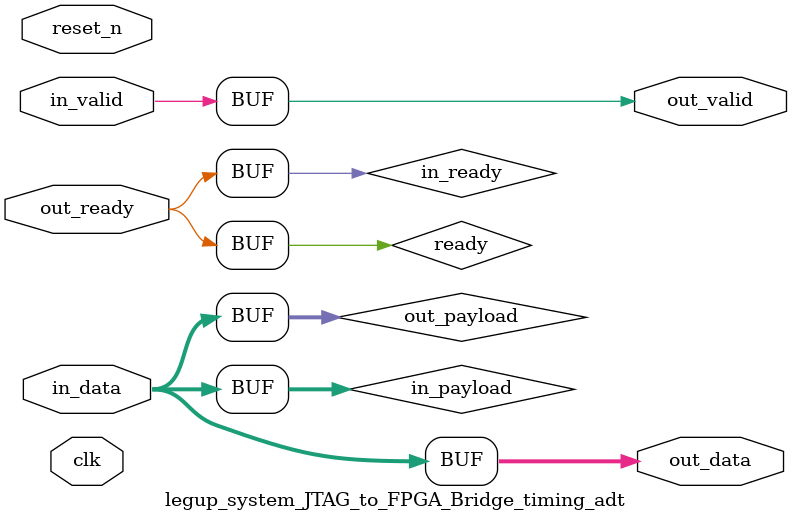
<source format=v>

`timescale 1ns / 100ps
module legup_system_JTAG_to_FPGA_Bridge_timing_adt (
    
      // Interface: clk
      input              clk,
      // Interface: reset
      input              reset_n,
      // Interface: in
      input              in_valid,
      input      [ 7: 0] in_data,
      // Interface: out
      output reg         out_valid,
      output reg [ 7: 0] out_data,
      input              out_ready
);




   // ---------------------------------------------------------------------
   //| Signal Declarations
   // ---------------------------------------------------------------------

   reg  [ 7: 0] in_payload;
   reg  [ 7: 0] out_payload;
   reg  [ 0: 0] ready;
   reg          in_ready;
   // synthesis translate_off
   always @(negedge in_ready) begin
      $display("%m: The downstream component is backpressuring by deasserting ready, but the upstream component can't be backpressured.");
   end
   // synthesis translate_on   


   // ---------------------------------------------------------------------
   //| Payload Mapping
   // ---------------------------------------------------------------------
   always @* begin
     in_payload = {in_data};
     {out_data} = out_payload;
   end

   // ---------------------------------------------------------------------
   //| Ready & valid signals.
   // ---------------------------------------------------------------------
   always @* begin
     ready[0] = out_ready;
     out_valid = in_valid;
     out_payload = in_payload;
     in_ready = ready[0];
   end




endmodule


</source>
